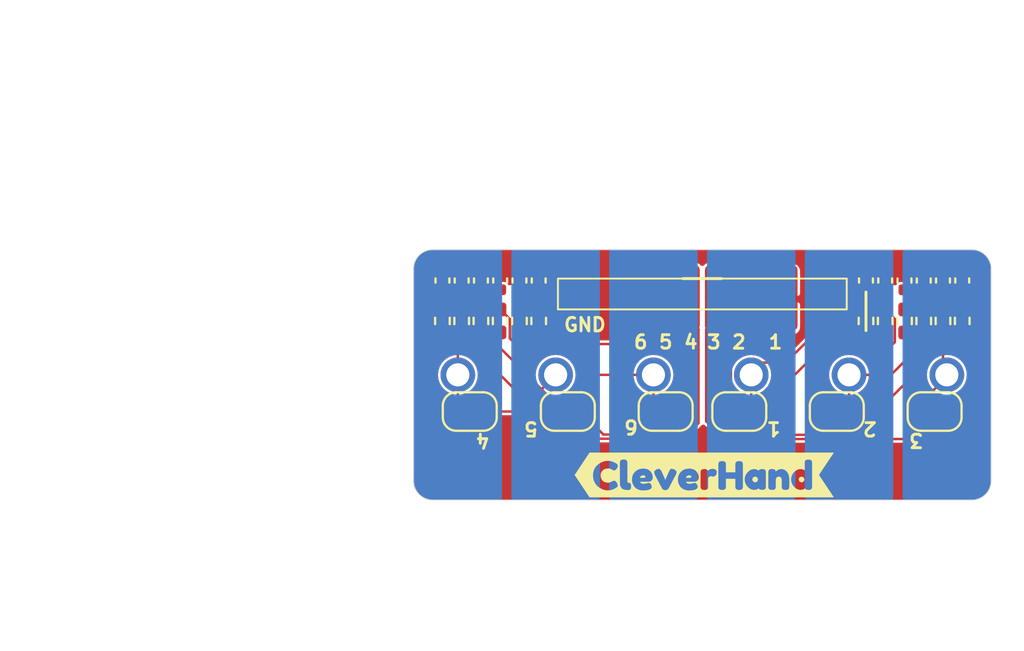
<source format=kicad_pcb>
(kicad_pcb (version 20240108) (generator "pcbnew") (generator_version "8.0")
  (title_block (title "ELectrodes") (date "2023-12-25") (rev "1.0") (company "Aightech"))
  (layers (0 "F.Cu" signal "Front") (1 "In1.Cu" signal) (2 "In2.Cu" signal) (31 "B.Cu" signal "Back") (34 "B.Paste" user) (35 "F.Paste" user) (36 "B.SilkS" user "B.Silkscreen") (37 "F.SilkS" user "F.Silkscreen") (38 "B.Mask" user) (39 "F.Mask" user) (44 "Edge.Cuts" user))
  (net 0 "")
  (net 1 "/IN6")
  (net 2 "/IN5")
  (net 3 "/IN4")
  (net 4 "/IN3")
  (net 5 "/IN2")
  (net 6 "/IN1")
  (net 7 "Net-(C1-Pad1)")
  (net 8 "Net-(C3-Pad1)")
  (net 9 "GND")
  (net 10 "Net-(C5-Pad1)")
  (net 11 "Net-(C7-Pad1)")
  (net 12 "Net-(C9-Pad1)")
  (net 13 "Net-(C11-Pad1)")
  (net 14 "/filtering_1/ELECTRODE")
  (net 15 "/filtering_2/ELECTRODE")
  (net 16 "/filtering_3/ELECTRODE")
  (net 17 "/filtering_4/ELECTRODE")
  (net 18 "/filtering_5/ELECTRODE")
  (net 19 "/filtering_6/ELECTRODE")
  (footprint "00_custom-footprints:SolderWirePad_1x01_SMD_1x2mm" (layer "F.Cu") (at 31.905 28.7 180)
    (property "Reference" "J14" (hide yes))
    (property "Value" "Conn_01x01_Pin" (hide yes))
    (pad "1" smd custom (at 0 -0.5 180) (size 1 1) (layers "F.Cu" "F.Mask") (net 5 "/IN2") (options (clearance outline) (anchor circle)) (primitives (gr_rect (start -0.5 0.15) (end 0.5 0.9) (width 0) (fill yes)) (gr_poly (pts (xy -0.5 -0.25) (xy -0.48097 -0.345671) (xy -0.426777 -0.426777) (xy -0.345671 -0.48097) (xy -0.25 -0.5) (xy 0.25 -0.5) (xy 0.345671 -0.48097) (xy 0.426777 -0.426777) (xy 0.48097 -0.345671) (xy 0.5 -0.25) (xy 0.5 0.25) (xy 0.48097 0.345671) (xy 0.426777 0.426777) (xy 0.345671 0.48097) (xy 0.25 0.5) (xy -0.25 0.5) (xy -0.345671 0.48097) (xy -0.426777 0.426777) (xy -0.48097 0.345671) (xy -0.5 0.25)) (width 0) (fill yes))))
  )
  (footprint "00_custom-footprints:SolderWirePad_1x01_SMD_1x2mm" (layer "F.Cu") (at 29.365 27.3)
    (property "Reference" "J4" (hide yes))
    (property "Value" "Conn_01x01_Pin" (hide yes))
    (pad "1" smd custom (at 0 -0.5) (size 1 1) (layers "F.Cu" "F.Mask") (net 3 "/IN4") (options (clearance outline) (anchor circle)) (primitives (gr_rect (start -0.5 0.15) (end 0.5 0.9) (width 0) (fill yes)) (gr_poly (pts (xy -0.5 -0.25) (xy -0.48097 -0.345671) (xy -0.426777 -0.426777) (xy -0.345671 -0.48097) (xy -0.25 -0.5) (xy 0.25 -0.5) (xy 0.345671 -0.48097) (xy 0.426777 -0.426777) (xy 0.48097 -0.345671) (xy 0.5 -0.25) (xy 0.5 0.25) (xy 0.48097 0.345671) (xy 0.426777 0.426777) (xy 0.345671 0.48097) (xy 0.25 0.5) (xy -0.25 0.5) (xy -0.345671 0.48097) (xy -0.426777 0.426777) (xy -0.48097 0.345671) (xy -0.5 0.25)) (width 0) (fill yes))))
  )
  (footprint "Capacitor_SMD:C_0402_1005Metric" (layer "F.Cu") (at 18.499999 27.1 90)
    (property "Reference" "C9" (hide yes))
    (property "Value" "C" (hide yes))
    (pad "1" smd roundrect (at -0.48 0 90) (size 0.56 0.62) (layers "F.Cu" "F.Paste" "F.Mask") (net 12 "Net-(C9-Pad1)"))
    (pad "2" smd roundrect (at 0.48 0 90) (size 0.56 0.62) (layers "F.Cu" "F.Paste" "F.Mask") (net 9 "GND"))
  )
  (footprint "00_custom-footprints:insert_1.2mm" (layer "F.Cu") (at 43.099999 36.6)
    (property "Reference" "I4" (hide yes))
    (property "Value" "smd_insert" (hide yes))
    (pad "1" smd circle (at 0 0) (size 3 3) (layers "F.Cu" "F.Mask") (net 9 "GND"))
  )
  (footprint "Resistor_SMD:R_0402_1005Metric_Pad0.72x0.64mm_HandSolder" (layer "F.Cu") (at 43.499999 29.2 90)
    (property "Reference" "R6" (hide yes))
    (property "Value" "R" (hide yes))
    (pad "1" smd roundrect (at -0.5975 0 90) (size 0.715 0.64) (layers "F.Cu" "F.Paste" "F.Mask") (net 10 "Net-(C5-Pad1)"))
    (pad "2" smd roundrect (at 0.5975 0 90) (size 0.715 0.64) (layers "F.Cu" "F.Paste" "F.Mask") (net 4 "/IN3"))
  )
  (footprint "Capacitor_SMD:C_0402_1005Metric" (layer "F.Cu") (at 39.499999 27.1 90)
    (property "Reference" "C2" (hide yes))
    (property "Value" "C" (hide yes))
    (pad "1" smd roundrect (at -0.48 0 90) (size 0.56 0.62) (layers "F.Cu" "F.Paste" "F.Mask") (net 6 "/IN1"))
    (pad "2" smd roundrect (at 0.48 0 90) (size 0.56 0.62) (layers "F.Cu" "F.Paste" "F.Mask") (net 9 "GND"))
  )
  (footprint "Jumper:SolderJumper-2_P1.3mm_Bridged_RoundedPad1.0x1.5mm" (layer "F.Cu") (at 36.984999 33.905 180)
    (property "Reference" "JP2" (hide yes))
    (property "Value" "SolderJumper_2_Bridged" (hide yes))
    (fp_poly (pts (xy 0.25 -0.3) (xy -0.25 -0.3) (xy -0.25 0.3) (xy 0.25 0.3)) (fill solid) (layer "F.Cu"))
    (pad "1" smd custom (at -0.649999 0 180) (size 1 0.5) (layers "F.Cu" "F.Mask") (net 15 "/filtering_2/ELECTRODE") (options (clearance outline) (anchor rect)) (primitives (gr_circle (center 0 0.25) (end 0.5 0.25) (width 0) (fill yes)) (gr_circle (center 0 -0.25) (end 0.5 -0.25) (width 0) (fill yes)) (gr_poly (pts (xy 0.5 0.75) (xy 0 0.75) (xy 0 -0.75) (xy 0.5 -0.75)) (width 0) (fill yes))))
    (pad "2" smd custom (at 0.649999 0 180) (size 1 0.5) (layers "F.Cu" "F.Mask") (net 5 "/IN2") (options (clearance outline) (anchor rect)) (primitives (gr_circle (center 0 0.25) (end 0.5 0.25) (width 0) (fill yes)) (gr_circle (center 0 -0.25) (end 0.5 -0.25) (width 0) (fill yes)) (gr_poly (pts (xy 0 0.75) (xy -0.5 0.75) (xy -0.5 -0.75) (xy 0 -0.75)) (width 0) (fill yes))))
  )
  (footprint "00_custom-footprints:SolderWirePad_1x01_SMD_1x2mm" (layer "F.Cu") (at 25.555 28.7 180)
    (property "Reference" "J9" (hide yes))
    (property "Value" "Conn_01x01_Pin" (hide yes))
    (pad "1" smd custom (at 0 -0.5 180) (size 1 1) (layers "F.Cu" "F.Mask") (net 9 "GND") (options (clearance outline) (anchor circle)) (primitives (gr_rect (start -0.5 0.15) (end 0.5 0.9) (width 0) (fill yes)) (gr_poly (pts (xy -0.5 -0.25) (xy -0.48097 -0.345671) (xy -0.426777 -0.426777) (xy -0.345671 -0.48097) (xy -0.25 -0.5) (xy 0.25 -0.5) (xy 0.345671 -0.48097) (xy 0.426777 -0.426777) (xy 0.48097 -0.345671) (xy 0.5 -0.25) (xy 0.5 0.25) (xy 0.48097 0.345671) (xy 0.426777 0.426777) (xy 0.345671 0.48097) (xy 0.25 0.5) (xy -0.25 0.5) (xy -0.345671 0.48097) (xy -0.426777 0.426777) (xy -0.48097 0.345671) (xy -0.5 0.25)) (width 0) (fill yes))))
  )
  (footprint "Capacitor_SMD:C_0402_1005Metric" (layer "F.Cu") (at 42.499999 27.1 90)
    (property "Reference" "C5" (hide yes))
    (property "Value" "C" (hide yes))
    (pad "1" smd roundrect (at -0.48 0 90) (size 0.56 0.62) (layers "F.Cu" "F.Paste" "F.Mask") (net 10 "Net-(C5-Pad1)"))
    (pad "2" smd roundrect (at 0.48 0 90) (size 0.56 0.62) (layers "F.Cu" "F.Paste" "F.Mask") (net 9 "GND"))
  )
  (footprint "00_custom-footprints:SolderWirePad_1x01_SMD_1x2mm" (layer "F.Cu") (at 26.825 27.3)
    (property "Reference" "J2" (hide yes))
    (property "Value" "Conn_01x01_Pin" (hide yes))
    (pad "1" smd custom (at 0 -0.5) (size 1 1) (layers "F.Cu" "F.Mask") (net 1 "/IN6") (options (clearance outline) (anchor circle)) (primitives (gr_rect (start -0.5 0.15) (end 0.5 0.9) (width 0) (fill yes)) (gr_poly (pts (xy -0.5 -0.25) (xy -0.48097 -0.345671) (xy -0.426777 -0.426777) (xy -0.345671 -0.48097) (xy -0.25 -0.5) (xy 0.25 -0.5) (xy 0.345671 -0.48097) (xy 0.426777 -0.426777) (xy 0.48097 -0.345671) (xy 0.5 -0.25) (xy 0.5 0.25) (xy 0.48097 0.345671) (xy 0.426777 0.426777) (xy 0.345671 0.48097) (xy 0.25 0.5) (xy -0.25 0.5) (xy -0.345671 0.48097) (xy -0.426777 0.426777) (xy -0.48097 0.345671) (xy -0.5 0.25)) (width 0) (fill yes))))
  )
  (footprint "00_custom-footprints:insert_1.2mm" (layer "F.Cu") (at 16.899999 36.6)
    (property "Reference" "I3" (hide yes))
    (property "Value" "smd_insert" (hide yes))
    (pad "1" smd circle (at 0 0) (size 3 3) (layers "F.Cu" "F.Mask") (net 9 "GND"))
  )
  (footprint "Capacitor_SMD:C_0402_1005Metric" (layer "F.Cu") (at 17.499999 27.1 90)
    (property "Reference" "C8" (hide yes))
    (property "Value" "C" (hide yes))
    (pad "1" smd roundrect (at -0.48 0 90) (size 0.56 0.62) (layers "F.Cu" "F.Paste" "F.Mask") (net 3 "/IN4"))
    (pad "2" smd roundrect (at 0.48 0 90) (size 0.56 0.62) (layers "F.Cu" "F.Paste" "F.Mask") (net 9 "GND"))
  )
  (footprint "00_custom-footprints:Pin_D1.2mm_pogo" (layer "F.Cu") (at 32.539999 32)
    (property "Reference" "J17" (hide yes))
    (property "Value" "Conn_01x01_Pin" (hide yes))
    (pad "1" thru_hole circle (at 0 0) (size 1.8 1.8) (drill 1.2) (layers "*.Cu" "*.Mask") (net 14 "/filtering_1/ELECTRODE"))
  )
  (footprint "Resistor_SMD:R_0402_1005Metric_Pad0.72x0.64mm_HandSolder" (layer "F.Cu") (at 16.499999 29.2 90)
    (property "Reference" "R7" (hide yes))
    (property "Value" "R" (hide yes))
    (pad "1" smd roundrect (at -0.5975 0 90) (size 0.715 0.64) (layers "F.Cu" "F.Paste" "F.Mask") (net 17 "/filtering_4/ELECTRODE"))
    (pad "2" smd roundrect (at 0.5975 0 90) (size 0.715 0.64) (layers "F.Cu" "F.Paste" "F.Mask") (net 11 "Net-(C7-Pad1)"))
  )
  (footprint "00_custom-footprints:Pin_D1.2mm_pogo" (layer "F.Cu") (at 22.379999 32)
    (property "Reference" "J21" (hide yes))
    (property "Value" "Conn_01x01_Pin" (hide yes))
    (pad "1" thru_hole circle (at 0 0) (size 1.8 1.8) (drill 1.2) (layers "*.Cu" "*.Mask") (net 18 "/filtering_5/ELECTRODE"))
  )
  (footprint "Resistor_SMD:R_0402_1005Metric_Pad0.72x0.64mm_HandSolder" (layer "F.Cu") (at 21.499999 29.2 90)
    (property "Reference" "R12" (hide yes))
    (property "Value" "R" (hide yes))
    (pad "1" smd roundrect (at -0.5975 0 90) (size 0.715 0.64) (layers "F.Cu" "F.Paste" "F.Mask") (net 13 "Net-(C11-Pad1)"))
    (pad "2" smd roundrect (at 0.5975 0 90) (size 0.715 0.64) (layers "F.Cu" "F.Paste" "F.Mask") (net 1 "/IN6"))
  )
  (footprint "Capacitor_SMD:C_0402_1005Metric" (layer "F.Cu") (at 41.499999 27.1025 90)
    (property "Reference" "C4" (hide yes))
    (property "Value" "C" (hide yes))
    (pad "1" smd roundrect (at -0.48 0 90) (size 0.56 0.62) (layers "F.Cu" "F.Paste" "F.Mask") (net 5 "/IN2"))
    (pad "2" smd roundrect (at 0.48 0 90) (size 0.56 0.62) (layers "F.Cu" "F.Paste" "F.Mask") (net 9 "GND"))
  )
  (footprint "00_custom-footprints:SolderWirePad_1x01_SMD_1x2mm" (layer "F.Cu") (at 29.365 28.7 180)
    (property "Reference" "J12" (hide yes))
    (property "Value" "Conn_01x01_Pin" (hide yes))
    (pad "1" smd custom (at 0 -0.5 180) (size 1 1) (layers "F.Cu" "F.Mask") (net 3 "/IN4") (options (clearance outline) (anchor circle)) (primitives (gr_rect (start -0.5 0.15) (end 0.5 0.9) (width 0) (fill yes)) (gr_poly (pts (xy -0.5 -0.25) (xy -0.48097 -0.345671) (xy -0.426777 -0.426777) (xy -0.345671 -0.48097) (xy -0.25 -0.5) (xy 0.25 -0.5) (xy 0.345671 -0.48097) (xy 0.426777 -0.426777) (xy 0.48097 -0.345671) (xy 0.5 -0.25) (xy 0.5 0.25) (xy 0.48097 0.345671) (xy 0.426777 0.426777) (xy 0.345671 0.48097) (xy 0.25 0.5) (xy -0.25 0.5) (xy -0.345671 0.48097) (xy -0.426777 0.426777) (xy -0.48097 0.345671) (xy -0.5 0.25)) (width 0) (fill yes))))
  )
  (footprint "Jumper:SolderJumper-2_P1.3mm_Bridged_RoundedPad1.0x1.5mm" (layer "F.Cu") (at 23.014999 33.905)
    (property "Reference" "JP5" (hide yes))
    (property "Value" "SolderJumper_2_Bridged" (hide yes))
    (fp_poly (pts (xy 0.25 -0.3) (xy -0.25 -0.3) (xy -0.25 0.3) (xy 0.25 0.3)) (fill solid) (layer "F.Cu"))
    (pad "1" smd custom (at -0.649999 0) (size 1 0.5) (layers "F.Cu" "F.Mask") (net 18 "/filtering_5/ELECTRODE") (options (clearance outline) (anchor rect)) (primitives (gr_circle (center 0 0.25) (end 0.5 0.25) (width 0) (fill yes)) (gr_circle (center 0 -0.25) (end 0.5 -0.25) (width 0) (fill yes)) (gr_poly (pts (xy 0.5 0.75) (xy 0 0.75) (xy 0 -0.75) (xy 0.5 -0.75)) (width 0) (fill yes))))
    (pad "2" smd custom (at 0.649999 0) (size 1 0.5) (layers "F.Cu" "F.Mask") (net 2 "/IN5") (options (clearance outline) (anchor rect)) (primitives (gr_circle (center 0 0.25) (end 0.5 0.25) (width 0) (fill yes)) (gr_circle (center 0 -0.25) (end 0.5 -0.25) (width 0) (fill yes)) (gr_poly (pts (xy 0 0.75) (xy -0.5 0.75) (xy -0.5 -0.75) (xy 0 -0.75)) (width 0) (fill yes))))
  )
  (footprint "Resistor_SMD:R_0402_1005Metric_Pad0.72x0.64mm_HandSolder" (layer "F.Cu") (at 18.499999 29.2 90)
    (property "Reference" "R9" (hide yes))
    (property "Value" "R" (hide yes))
    (pad "1" smd roundrect (at -0.5975 0 90) (size 0.715 0.64) (layers "F.Cu" "F.Paste" "F.Mask") (net 18 "/filtering_5/ELECTRODE"))
    (pad "2" smd roundrect (at 0.5975 0 90) (size 0.715 0.64) (layers "F.Cu" "F.Paste" "F.Mask") (net 12 "Net-(C9-Pad1)"))
  )
  (footprint "00_custom-footprints:SolderWirePad_1x01_SMD_1x2mm" (layer "F.Cu") (at 30.635 28.7 180)
    (property "Reference" "J13" (hide yes))
    (property "Value" "Conn_01x01_Pin" (hide yes))
    (pad "1" smd custom (at 0 -0.5 180) (size 1 1) (layers "F.Cu" "F.Mask") (net 4 "/IN3") (options (clearance outline) (anchor circle)) (primitives (gr_rect (start -0.5 0.15) (end 0.5 0.9) (width 0) (fill yes)) (gr_poly (pts (xy -0.5 -0.25) (xy -0.48097 -0.345671) (xy -0.426777 -0.426777) (xy -0.345671 -0.48097) (xy -0.25 -0.5) (xy 0.25 -0.5) (xy 0.345671 -0.48097) (xy 0.426777 -0.426777) (xy 0.48097 -0.345671) (xy 0.5 -0.25) (xy 0.5 0.25) (xy 0.48097 0.345671) (xy 0.426777 0.426777) (xy 0.345671 0.48097) (xy 0.25 0.5) (xy -0.25 0.5) (xy -0.345671 0.48097) (xy -0.426777 0.426777) (xy -0.48097 0.345671) (xy -0.5 0.25)) (width 0) (fill yes))))
  )
  (footprint "00_custom-footprints:SolderWirePad_1x01_SMD_1x2mm" (layer "F.Cu") (at 34.445 28.7 180)
    (property "Reference" "J16" (hide yes))
    (property "Value" "Conn_01x01_Pin" (hide yes))
    (pad "1" smd custom (at 0 -0.5 180) (size 1 1) (layers "F.Cu" "F.Mask") (net 6 "/IN1") (options (clearance outline) (anchor circle)) (primitives (gr_rect (start -0.5 0.15) (end 0.5 0.9) (width 0) (fill yes)) (gr_poly (pts (xy -0.5 -0.25) (xy -0.48097 -0.345671) (xy -0.426777 -0.426777) (xy -0.345671 -0.48097) (xy -0.25 -0.5) (xy 0.25 -0.5) (xy 0.345671 -0.48097) (xy 0.426777 -0.426777) (xy 0.48097 -0.345671) (xy 0.5 -0.25) (xy 0.5 0.25) (xy 0.48097 0.345671) (xy 0.426777 0.426777) (xy 0.345671 0.48097) (xy 0.25 0.5) (xy -0.25 0.5) (xy -0.345671 0.48097) (xy -0.426777 0.426777) (xy -0.48097 0.345671) (xy -0.5 0.25)) (width 0) (fill yes))))
  )
  (footprint "Capacitor_SMD:C_0402_1005Metric" (layer "F.Cu") (at 38.499999 27.1 90)
    (property "Reference" "C1" (hide yes))
    (property "Value" "C" (hide yes))
    (pad "1" smd roundrect (at -0.48 0 90) (size 0.56 0.62) (layers "F.Cu" "F.Paste" "F.Mask") (net 7 "Net-(C1-Pad1)"))
    (pad "2" smd roundrect (at 0.48 0 90) (size 0.56 0.62) (layers "F.Cu" "F.Paste" "F.Mask") (net 9 "GND"))
  )
  (footprint "Resistor_SMD:R_0402_1005Metric_Pad0.72x0.64mm_HandSolder" (layer "F.Cu") (at 20.499999 29.2 90)
    (property "Reference" "R11" (hide yes))
    (property "Value" "R" (hide yes))
    (pad "1" smd roundrect (at -0.5975 0 90) (size 0.715 0.64) (layers "F.Cu" "F.Paste" "F.Mask") (net 19 "/filtering_6/ELECTRODE"))
    (pad "2" smd roundrect (at 0.5975 0 90) (size 0.715 0.64) (layers "F.Cu" "F.Paste" "F.Mask") (net 13 "Net-(C11-Pad1)"))
  )
  (footprint "Resistor_SMD:R_0402_1005Metric_Pad0.72x0.64mm_HandSolder" (layer "F.Cu") (at 19.499999 29.2 90)
    (property "Reference" "R10" (hide yes))
    (property "Value" "R" (hide yes))
    (pad "1" smd roundrect (at -0.5975 0 90) (size 0.715 0.64) (layers "F.Cu" "F.Paste" "F.Mask") (net 12 "Net-(C9-Pad1)"))
    (pad "2" smd roundrect (at 0.5975 0 90) (size 0.715 0.64) (layers "F.Cu" "F.Paste" "F.Mask") (net 2 "/IN5"))
  )
  (footprint "Capacitor_SMD:C_0402_1005Metric" (layer "F.Cu") (at 43.499999 27.1 90)
    (property "Reference" "C6" (hide yes))
    (property "Value" "C" (hide yes))
    (pad "1" smd roundrect (at -0.48 0 90) (size 0.56 0.62) (layers "F.Cu" "F.Paste" "F.Mask") (net 4 "/IN3"))
    (pad "2" smd roundrect (at 0.48 0 90) (size 0.56 0.62) (layers "F.Cu" "F.Paste" "F.Mask") (net 9 "GND"))
  )
  (footprint "Resistor_SMD:R_0402_1005Metric_Pad0.72x0.64mm_HandSolder" (layer "F.Cu") (at 39.499999 29.2 90)
    (property "Reference" "R2" (hide yes))
    (property "Value" "R" (hide yes))
    (pad "1" smd roundrect (at -0.5975 0 90) (size 0.715 0.64) (layers "F.Cu" "F.Paste" "F.Mask") (net 7 "Net-(C1-Pad1)"))
    (pad "2" smd roundrect (at 0.5975 0 90) (size 0.715 0.64) (layers "F.Cu" "F.Paste" "F.Mask") (net 6 "/IN1"))
  )
  (footprint "Resistor_SMD:R_0402_1005Metric_Pad0.72x0.64mm_HandSolder" (layer "F.Cu") (at 41.499999 29.2025 90)
    (property "Reference" "R4" (hide yes))
    (property "Value" "R" (hide yes))
    (pad "1" smd roundrect (at -0.5975 0 90) (size 0.715 0.64) (layers "F.Cu" "F.Paste" "F.Mask") (net 8 "Net-(C3-Pad1)"))
    (pad "2" smd roundrect (at 0.5975 0 90) (size 0.715 0.64) (layers "F.Cu" "F.Paste" "F.Mask") (net 5 "/IN2"))
  )
  (footprint "00_custom-footprints:SolderWirePad_1x01_SMD_1x2mm" (layer "F.Cu") (at 25.555 27.3)
    (property "Reference" "J1" (hide yes))
    (property "Value" "Conn_01x01_Pin" (hide yes))
    (pad "1" smd custom (at 0 -0.5) (size 1 1) (layers "F.Cu" "F.Mask") (net 9 "GND") (options (clearance outline) (anchor circle)) (primitives (gr_rect (start -0.5 0.15) (end 0.5 0.9) (width 0) (fill yes)) (gr_poly (pts (xy -0.5 -0.25) (xy -0.48097 -0.345671) (xy -0.426777 -0.426777) (xy -0.345671 -0.48097) (xy -0.25 -0.5) (xy 0.25 -0.5) (xy 0.345671 -0.48097) (xy 0.426777 -0.426777) (xy 0.48097 -0.345671) (xy 0.5 -0.25) (xy 0.5 0.25) (xy 0.48097 0.345671) (xy 0.426777 0.426777) (xy 0.345671 0.48097) (xy 0.25 0.5) (xy -0.25 0.5) (xy -0.345671 0.48097) (xy -0.426777 0.426777) (xy -0.48097 0.345671) (xy -0.5 0.25)) (width 0) (fill yes))))
  )
  (footprint "Capacitor_SMD:C_0402_1005Metric" (layer "F.Cu") (at 16.499999 27.1 90)
    (property "Reference" "C7" (hide yes))
    (property "Value" "C" (hide yes))
    (pad "1" smd roundrect (at -0.48 0 90) (size 0.56 0.62) (layers "F.Cu" "F.Paste" "F.Mask") (net 11 "Net-(C7-Pad1)"))
    (pad "2" smd roundrect (at 0.48 0 90) (size 0.56 0.62) (layers "F.Cu" "F.Paste" "F.Mask") (net 9 "GND"))
  )
  (footprint "Capacitor_SMD:C_0402_1005Metric" (layer "F.Cu") (at 40.499999 27.1025 90)
    (property "Reference" "C3" (hide yes))
    (property "Value" "C" (hide yes))
    (pad "1" smd roundrect (at -0.48 0 90) (size 0.56 0.62) (layers "F.Cu" "F.Paste" "F.Mask") (net 8 "Net-(C3-Pad1)"))
    (pad "2" smd roundrect (at 0.48 0 90) (size 0.56 0.62) (layers "F.Cu" "F.Paste" "F.Mask") (net 9 "GND"))
  )
  (footprint "Resistor_SMD:R_0402_1005Metric_Pad0.72x0.64mm_HandSolder" (layer "F.Cu") (at 38.499999 29.2 90)
    (property "Reference" "R1" (hide yes))
    (property "Value" "R" (hide yes))
    (pad "1" smd roundrect (at -0.5975 0 90) (size 0.715 0.64) (layers "F.Cu" "F.Paste" "F.Mask") (net 14 "/filtering_1/ELECTRODE"))
    (pad "2" smd roundrect (at 0.5975 0 90) (size 0.715 0.64) (layers "F.Cu" "F.Paste" "F.Mask") (net 7 "Net-(C1-Pad1)"))
  )
  (footprint "00_custom-footprints:SolderWirePad_1x01_SMD_1x2mm" (layer "F.Cu") (at 26.825 28.7 180)
    (property "Reference" "J10" (hide yes))
    (property "Value" "Conn_01x01_Pin" (hide yes))
    (pad "1" smd custom (at 0 -0.5 180) (size 1 1) (layers "F.Cu" "F.Mask") (net 1 "/IN6") (options (clearance outline) (anchor circle)) (primitives (gr_rect (start -0.5 0.15) (end 0.5 0.9) (width 0) (fill yes)) (gr_poly (pts (xy -0.5 -0.25) (xy -0.48097 -0.345671) (xy -0.426777 -0.426777) (xy -0.345671 -0.48097) (xy -0.25 -0.5) (xy 0.25 -0.5) (xy 0.345671 -0.48097) (xy 0.426777 -0.426777) (xy 0.48097 -0.345671) (xy 0.5 -0.25) (xy 0.5 0.25) (xy 0.48097 0.345671) (xy 0.426777 0.426777) (xy 0.345671 0.48097) (xy 0.25 0.5) (xy -0.25 0.5) (xy -0.345671 0.48097) (xy -0.426777 0.426777) (xy -0.48097 0.345671) (xy -0.5 0.25)) (width 0) (fill yes))))
  )
  (footprint "00_custom-footprints:SolderWirePad_1x01_SMD_1x2mm" (layer "F.Cu") (at 33.175 28.7 180)
    (property "Reference" "J15" (hide yes))
    (property "Value" "Conn_01x01_Pin" (hide yes))
    (pad "1" smd custom (at 0 -0.5 180) (size 1 1) (layers "F.Cu" "F.Mask") (net 6 "/IN1") (options (clearance outline) (anchor circle)) (primitives (gr_rect (start -0.5 0.15) (end 0.5 0.9) (width 0) (fill yes)) (gr_poly (pts (xy -0.5 -0.25) (xy -0.48097 -0.345671) (xy -0.426777 -0.426777) (xy -0.345671 -0.48097) (xy -0.25 -0.5) (xy 0.25 -0.5) (xy 0.345671 -0.48097) (xy 0.426777 -0.426777) (xy 0.48097 -0.345671) (xy 0.5 -0.25) (xy 0.5 0.25) (xy 0.48097 0.345671) (xy 0.426777 0.426777) (xy 0.345671 0.48097) (xy 0.25 0.5) (xy -0.25 0.5) (xy -0.345671 0.48097) (xy -0.426777 0.426777) (xy -0.48097 0.345671) (xy -0.5 0.25)) (width 0) (fill yes))))
  )
  (footprint "Resistor_SMD:R_0402_1005Metric_Pad0.72x0.64mm_HandSolder" (layer "F.Cu") (at 17.499999 29.2 90)
    (property "Reference" "R8" (hide yes))
    (property "Value" "R" (hide yes))
    (pad "1" smd roundrect (at -0.5975 0 90) (size 0.715 0.64) (layers "F.Cu" "F.Paste" "F.Mask") (net 11 "Net-(C7-Pad1)"))
    (pad "2" smd roundrect (at 0.5975 0 90) (size 0.715 0.64) (layers "F.Cu" "F.Paste" "F.Mask") (net 3 "/IN4"))
  )
  (footprint "00_custom-footprints:Pin_D1.2mm_pogo" (layer "F.Cu") (at 17.299999 32)
    (property "Reference" "J20" (hide yes))
    (property "Value" "Conn_01x01_Pin" (hide yes))
    (pad "1" thru_hole circle (at 0 0) (size 1.8 1.8) (drill 1.2) (layers "*.Cu" "*.Mask") (net 17 "/filtering_4/ELECTRODE"))
  )
  (footprint "Capacitor_SMD:C_0402_1005Metric" (layer "F.Cu") (at 20.499999 27.1 90)
    (property "Reference" "C11" (hide yes))
    (property "Value" "C" (hide yes))
    (pad "1" smd roundrect (at -0.48 0 90) (size 0.56 0.62) (layers "F.Cu" "F.Paste" "F.Mask") (net 13 "Net-(C11-Pad1)"))
    (pad "2" smd roundrect (at 0.48 0 90) (size 0.56 0.62) (layers "F.Cu" "F.Paste" "F.Mask") (net 9 "GND"))
  )
  (footprint "00_custom-footprints:SolderWirePad_1x01_SMD_1x2mm" (layer "F.Cu") (at 30.635 27.3)
    (property "Reference" "J5" (hide yes))
    (property "Value" "Conn_01x01_Pin" (hide yes))
    (pad "1" smd custom (at 0 -0.5) (size 1 1) (layers "F.Cu" "F.Mask") (net 4 "/IN3") (options (clearance outline) (anchor circle)) (primitives (gr_rect (start -0.5 0.15) (end 0.5 0.9) (width 0) (fill yes)) (gr_poly (pts (xy -0.5 -0.25) (xy -0.48097 -0.345671) (xy -0.426777 -0.426777) (xy -0.345671 -0.48097) (xy -0.25 -0.5) (xy 0.25 -0.5) (xy 0.345671 -0.48097) (xy 0.426777 -0.426777) (xy 0.48097 -0.345671) (xy 0.5 -0.25) (xy 0.5 0.25) (xy 0.48097 0.345671) (xy 0.426777 0.426777) (xy 0.345671 0.48097) (xy 0.25 0.5) (xy -0.25 0.5) (xy -0.345671 0.48097) (xy -0.426777 0.426777) (xy -0.48097 0.345671) (xy -0.5 0.25)) (width 0) (fill yes))))
  )
  (footprint "Capacitor_SMD:C_0402_1005Metric" (layer "F.Cu") (at 21.499999 27.1 90)
    (property "Reference" "C12" (hide yes))
    (property "Value" "C" (hide yes))
    (pad "1" smd roundrect (at -0.48 0 90) (size 0.56 0.62) (layers "F.Cu" "F.Paste" "F.Mask") (net 1 "/IN6"))
    (pad "2" smd roundrect (at 0.48 0 90) (size 0.56 0.62) (layers "F.Cu" "F.Paste" "F.Mask") (net 9 "GND"))
  )
  (footprint "00_custom-footprints:SolderWirePad_1x01_SMD_1x2mm" (layer "F.Cu") (at 33.175 27.3)
    (property "Reference" "J7" (hide yes))
    (property "Value" "Conn_01x01_Pin" (hide yes))
    (pad "1" smd custom (at 0 -0.5) (size 1 1) (layers "F.Cu" "F.Mask") (net 6 "/IN1") (options (clearance outline) (anchor circle)) (primitives (gr_rect (start -0.5 0.15) (end 0.5 0.9) (width 0) (fill yes)) (gr_poly (pts (xy -0.5 -0.25) (xy -0.48097 -0.345671) (xy -0.426777 -0.426777) (xy -0.345671 -0.48097) (xy -0.25 -0.5) (xy 0.25 -0.5) (xy 0.345671 -0.48097) (xy 0.426777 -0.426777) (xy 0.48097 -0.345671) (xy 0.5 -0.25) (xy 0.5 0.25) (xy 0.48097 0.345671) (xy 0.426777 0.426777) (xy 0.345671 0.48097) (xy 0.25 0.5) (xy -0.25 0.5) (xy -0.345671 0.48097) (xy -0.426777 0.426777) (xy -0.48097 0.345671) (xy -0.5 0.25)) (width 0) (fill yes))))
  )
  (footprint "Jumper:SolderJumper-2_P1.3mm_Bridged_RoundedPad1.0x1.5mm" (layer "F.Cu") (at 42.064999 33.905)
    (property "Reference" "JP3" (hide yes))
    (property "Value" "SolderJumper_2_Bridged" (hide yes))
    (fp_poly (pts (xy 0.25 -0.3) (xy -0.25 -0.3) (xy -0.25 0.3) (xy 0.25 0.3)) (fill solid) (layer "F.Cu"))
    (pad "1" smd custom (at -0.649999 0) (size 1 0.5) (layers "F.Cu" "F.Mask") (net 16 "/filtering_3/ELECTRODE") (options (clearance outline) (anchor rect)) (primitives (gr_circle (center 0 0.25) (end 0.5 0.25) (width 0) (fill yes)) (gr_circle (center 0 -0.25) (end 0.5 -0.25) (width 0) (fill yes)) (gr_poly (pts (xy 0.5 0.75) (xy 0 0.75) (xy 0 -0.75) (xy 0.5 -0.75)) (width 0) (fill yes))))
    (pad "2" smd custom (at 0.649999 0) (size 1 0.5) (layers "F.Cu" "F.Mask") (net 4 "/IN3") (options (clearance outline) (anchor rect)) (primitives (gr_circle (center 0 0.25) (end 0.5 0.25) (width 0) (fill yes)) (gr_circle (center 0 -0.25) (end 0.5 -0.25) (width 0) (fill yes)) (gr_poly (pts (xy 0 0.75) (xy -0.5 0.75) (xy -0.5 -0.75) (xy 0 -0.75)) (width 0) (fill yes))))
  )
  (footprint "00_custom-footprints:SolderWirePad_1x01_SMD_1x2mm" (layer "F.Cu") (at 28.095 27.3)
    (property "Reference" "J3" (hide yes))
    (property "Value" "Conn_01x01_Pin" (hide yes))
    (pad "1" smd custom (at 0 -0.5) (size 1 1) (layers "F.Cu" "F.Mask") (net 2 "/IN5") (options (clearance outline) (anchor circle)) (primitives (gr_rect (start -0.5 0.15) (end 0.5 0.9) (width 0) (fill yes)) (gr_poly (pts (xy -0.5 -0.25) (xy -0.48097 -0.345671) (xy -0.426777 -0.426777) (xy -0.345671 -0.48097) (xy -0.25 -0.5) (xy 0.25 -0.5) (xy 0.345671 -0.48097) (xy 0.426777 -0.426777) (xy 0.48097 -0.345671) (xy 0.5 -0.25) (xy 0.5 0.25) (xy 0.48097 0.345671) (xy 0.426777 0.426777) (xy 0.345671 0.48097) (xy 0.25 0.5) (xy -0.25 0.5) (xy -0.345671 0.48097) (xy -0.426777 0.426777) (xy -0.48097 0.345671) (xy -0.5 0.25)) (width 0) (fill yes))))
  )
  (footprint "00_custom-footprints:Pin_D1.2mm_pogo" (layer "F.Cu") (at 37.619999 32)
    (property "Reference" "J18" (hide yes))
    (property "Value" "Conn_01x01_Pin" (hide yes))
    (pad "1" thru_hole circle (at 0 0) (size 1.8 1.8) (drill 1.2) (layers "*.Cu" "*.Mask") (net 15 "/filtering_2/ELECTRODE"))
  )
  (footprint "Capacitor_SMD:C_0402_1005Metric" (layer "F.Cu") (at 19.499999 27.1 90)
    (property "Reference" "C10" (hide yes))
    (property "Value" "C" (hide yes))
    (pad "1" smd roundrect (at -0.48 0 90) (size 0.56 0.62) (layers "F.Cu" "F.Paste" "F.Mask") (net 2 "/IN5"))
    (pad "2" smd roundrect (at 0.48 0 90) (size 0.56 0.62) (layers "F.Cu" "F.Paste" "F.Mask") (net 9 "GND"))
  )
  (footprint "00_custom-footprints:Pin_D1.2mm_pogo" (layer "F.Cu") (at 27.459999 32)
    (property "Reference" "J22" (hide yes))
    (property "Value" "Conn_01x01_Pin" (hide yes))
    (pad "1" thru_hole circle (at 0 0) (size 1.8 1.8) (drill 1.2) (layers "*.Cu" "*.Mask") (net 19 "/filtering_6/ELECTRODE"))
  )
  (footprint "kibuzzard-66BA2E59" (layer "F.Cu") (at 30.099999 37.2)
    (property "Reference" "kibuzzard-66BA2E59" (hide yes))
    (property "Value" "G***" (hide yes))
  )
  (footprint "Resistor_SMD:R_0402_1005Metric_Pad0.72x0.64mm_HandSolder" (layer "F.Cu") (at 40.499999 29.2025 90)
    (property "Reference" "R3" (hide yes))
    (property "Value" "R" (hide yes))
    (pad "1" smd roundrect (at -0.5975 0 90) (size 0.715 0.64) (layers "F.Cu" "F.Paste" "F.Mask") (net 15 "/filtering_2/ELECTRODE"))
    (pad "2" smd roundrect (at 0.5975 0 90) (size 0.715 0.64) (layers "F.Cu" "F.Paste" "F.Mask") (net 8 "Net-(C3-Pad1)"))
  )
  (footprint "00_custom-footprints:Pin_D1.2mm_pogo" (layer "F.Cu") (at 42.699999 32)
    (property "Reference" "J19" (hide yes))
    (property "Value" "Conn_01x01_Pin" (hide yes))
    (pad "1" thru_hole circle (at 0 0) (size 1.8 1.8) (drill 1.2) (layers "*.Cu" "*.Mask") (net 16 "/filtering_3/ELECTRODE"))
  )
  (footprint "00_custom-footprints:SolderWirePad_1x01_SMD_1x2mm" (layer "F.Cu") (at 28.095 28.7 180)
    (property "Reference" "J11" (hide yes))
    (property "Value" "Conn_01x01_Pin" (hide yes))
    (pad "1" smd custom (at 0 -0.5 180) (size 1 1) (layers "F.Cu" "F.Mask") (net 2 "/IN5") (options (clearance outline) (anchor circle)) (primitives (gr_rect (start -0.5 0.15) (end 0.5 0.9) (width 0) (fill yes)) (gr_poly (pts (xy -0.5 -0.25) (xy -0.48097 -0.345671) (xy -0.426777 -0.426777) (xy -0.345671 -0.48097) (xy -0.25 -0.5) (xy 0.25 -0.5) (xy 0.345671 -0.48097) (xy 0.426777 -0.426777) (xy 0.48097 -0.345671) (xy 0.5 -0.25) (xy 0.5 0.25) (xy 0.48097 0.345671) (xy 0.426777 0.426777) (xy 0.345671 0.48097) (xy 0.25 0.5) (xy -0.25 0.5) (xy -0.345671 0.48097) (xy -0.426777 0.426777) (xy -0.48097 0.345671) (xy -0.5 0.25)) (width 0) (fill yes))))
  )
  (footprint "Jumper:SolderJumper-2_P1.3mm_Bridged_RoundedPad1.0x1.5mm" (layer "F.Cu") (at 28.094999 33.905)
    (property "Reference" "JP6" (hide yes))
    (property "Value" "SolderJumper_2_Bridged" (hide yes))
    (fp_poly (pts (xy 0.25 -0.3) (xy -0.25 -0.3) (xy -0.25 0.3) (xy 0.25 0.3)) (fill solid) (layer "F.Cu"))
    (pad "1" smd custom (at -0.649999 0) (size 1 0.5) (layers "F.Cu" "F.Mask") (net 19 "/filtering_6/ELECTRODE") (options (clearance outline) (anchor rect)) (primitives (gr_circle (center 0 0.25) (end 0.5 0.25) (width 0) (fill yes)) (gr_circle (center 0 -0.25) (end 0.5 -0.25) (width 0) (fill yes)) (gr_poly (pts (xy 0.5 0.75) (xy 0 0.75) (xy 0 -0.75) (xy 0.5 -0.75)) (width 0) (fill yes))))
    (pad "2" smd custom (at 0.649999 0) (size 1 0.5) (layers "F.Cu" "F.Mask") (net 1 "/IN6") (options (clearance outline) (anchor rect)) (primitives (gr_circle (center 0 0.25) (end 0.5 0.25) (width 0) (fill yes)) (gr_circle (center 0 -0.25) (end 0.5 -0.25) (width 0) (fill yes)) (gr_poly (pts (xy 0 0.75) (xy -0.5 0.75) (xy -0.5 -0.75) (xy 0 -0.75)) (width 0) (fill yes))))
  )
  (footprint "00_custom-footprints:SolderWirePad_1x01_SMD_1x2mm" (layer "F.Cu") (at 31.905 27.3)
    (property "Reference" "J6" (hide yes))
    (property "Value" "Conn_01x01_Pin" (hide yes))
    (pad "1" smd custom (at 0 -0.5) (size 1 1) (layers "F.Cu" "F.Mask") (net 5 "/IN2") (options (clearance outline) (anchor circle)) (primitives (gr_rect (start -0.5 0.15) (end 0.5 0.9) (width 0) (fill yes)) (gr_poly (pts (xy -0.5 -0.25) (xy -0.48097 -0.345671) (xy -0.426777 -0.426777) (xy -0.345671 -0.48097) (xy -0.25 -0.5) (xy 0.25 -0.5) (xy 0.345671 -0.48097) (xy 0.426777 -0.426777) (xy 0.48097 -0.345671) (xy 0.5 -0.25) (xy 0.5 0.25) (xy 0.48097 0.345671) (xy 0.426777 0.426777) (xy 0.345671 0.48097) (xy 0.25 0.5) (xy -0.25 0.5) (xy -0.345671 0.48097) (xy -0.426777 0.426777) (xy -0.48097 0.345671) (xy -0.5 0.25)) (width 0) (fill yes))))
  )
  (footprint "00_custom-footprints:SolderWirePad_1x01_SMD_1x2mm" (layer "F.Cu") (at 34.445 27.3)
    (property "Reference" "J8" (hide yes))
    (property "Value" "Conn_01x01_Pin" (hide yes))
    (pad "1" smd custom (at 0 -0.5) (size 1 1) (layers "F.Cu" "F.Mask") (net 6 "/IN1") (options (clearance outline) (anchor circle)) (primitives (gr_rect (start -0.5 0.15) (end 0.5 0.9) (width 0) (fill yes)) (gr_poly (pts (xy -0.5 -0.25) (xy -0.48097 -0.345671) (xy -0.426777 -0.426777) (xy -0.345671 -0.48097) (xy -0.25 -0.5) (xy 0.25 -0.5) (xy 0.345671 -0.48097) (xy 0.426777 -0.426777) (xy 0.48097 -0.345671) (xy 0.5 -0.25) (xy 0.5 0.25) (xy 0.48097 0.345671) (xy 0.426777 0.426777) (xy 0.345671 0.48097) (xy 0.25 0.5) (xy -0.25 0.5) (xy -0.345671 0.48097) (xy -0.426777 0.426777) (xy -0.48097 0.345671) (xy -0.5 0.25)) (width 0) (fill yes))))
  )
  (footprint "Jumper:SolderJumper-2_P1.3mm_Bridged_RoundedPad1.0x1.5mm" (layer "F.Cu") (at 31.919998 33.905 180)
    (property "Reference" "JP1" (hide yes))
    (property "Value" "SolderJumper_2_Bridged" (hide yes))
    (fp_poly (pts (xy 0.25 -0.3) (xy -0.25 -0.3) (xy -0.25 0.3) (xy 0.25 0.3)) (fill solid) (layer "F.Cu"))
    (pad "1" smd custom (at -0.649999 0 180) (size 1 0.5) (layers "F.Cu" "F.Mask") (net 14 "/filtering_1/ELECTRODE") (options (clearance outline) (anchor rect)) (primitives (gr_circle (center 0 0.25) (end 0.5 0.25) (width 0) (fill yes)) (gr_circle (center 0 -0.25) (end 0.5 -0.25) (width 0) (fill yes)) (gr_poly (pts (xy 0.5 0.75) (xy 0 0.75) (xy 0 -0.75) (xy 0.5 -0.75)) (width 0) (fill yes))))
    (pad "2" smd custom (at 0.649999 0 180) (size 1 0.5) (layers "F.Cu" "F.Mask") (net 6 "/IN1") (options (clearance outline) (anchor rect)) (primitives (gr_circle (center 0 0.25) (end 0.5 0.25) (width 0) (fill yes)) (gr_circle (center 0 -0.25) (end 0.5 -0.25) (width 0) (fill yes)) (gr_poly (pts (xy 0 0.75) (xy -0.5 0.75) (xy -0.5 -0.75) (xy 0 -0.75)) (width 0) (fill yes))))
  )
  (footprint "Jumper:SolderJumper-2_P1.3mm_Bridged_RoundedPad1.0x1.5mm" (layer "F.Cu") (at 17.92 33.905)
    (property "Reference" "JP4" (hide yes))
    (property "Value" "SolderJumper_2_Bridged" (hide yes))
    (fp_poly (pts (xy 0.25 -0.3) (xy -0.25 -0.3) (xy -0.25 0.3) (xy 0.25 0.3)) (fill solid) (layer "F.Cu"))
    (pad "1" smd custom (at -0.649999 0) (size 1 0.5) (layers "F.Cu" "F.Mask") (net 17 "/filtering_4/ELECTRODE") (options (clearance outline) (anchor rect)) (primitives (gr_circle (center 0 0.25) (end 0.5 0.25) (width 0) (fill yes)) (gr_circle (center 0 -0.25) (end 0.5 -0.25) (width 0) (fill yes)) (gr_poly (pts (xy 0.5 0.75) (xy 0 0.75) (xy 0 -0.75) (xy 0.5 -0.75)) (width 0) (fill yes))))
    (pad "2" smd custom (at 0.649999 0) (size 1 0.5) (layers "F.Cu" "F.Mask") (net 3 "/IN4") (options (clearance outline) (anchor rect)) (primitives (gr_circle (center 0 0.25) (end 0.5 0.25) (width 0) (fill yes)) (gr_circle (center 0 -0.25) (end 0.5 -0.25) (width 0) (fill yes)) (gr_poly (pts (xy 0 0.75) (xy -0.5 0.75) (xy -0.5 -0.75) (xy 0 -0.75)) (width 0) (fill yes))))
  )
  (footprint "Resistor_SMD:R_0402_1005Metric_Pad0.72x0.64mm_HandSolder" (layer "F.Cu") (at 42.499999 29.2 90)
    (property "Reference" "R5" (hide yes))
    (property "Value" "R" (hide yes))
    (pad "1" smd roundrect (at -0.5975 0 90) (size 0.715 0.64) (layers "F.Cu" "F.Paste" "F.Mask") (net 16 "/filtering_3/ELECTRODE"))
    (pad "2" smd roundrect (at 0.5975 0 90) (size 0.715 0.64) (layers "F.Cu" "F.Paste" "F.Mask") (net 10 "Net-(C5-Pad1)"))
  )
  (gr_rect (start 31.405 27.7) (end 32.405 28.3) (fill solid) (layer "F.Cu") (net 5))
  (gr_rect (start 33.945 27.7) (end 34.945 28.3) (fill solid) (layer "F.Cu") (net 6))
  (gr_rect (start 27.595 27.7) (end 28.595 28.3) (fill solid) (layer "F.Cu") (net 2))
  (gr_rect (start 32.675 27.7) (end 33.675 28.3) (fill solid) (layer "F.Cu") (net 6))
  (gr_rect (start 28.865 27.7) (end 29.865 28.3) (fill solid) (layer "F.Cu") (net 3))
  (gr_rect (start 25.055 27.7) (end 26.055 28.3) (fill solid) (layer "F.Cu") (net 9))
  (gr_rect (start 26.325 27.7) (end 27.325 28.3) (fill solid) (layer "F.Cu") (net 1))
  (gr_rect (start 30.135 27.7) (end 31.135 28.3) (fill solid) (layer "F.Cu") (net 4))
  (gr_rect (start 22.5 27) (end 37.5 28.6) (stroke (width 0.1)) (fill none) (layer "F.SilkS"))
  (gr_line (start 29 27) (end 31 27) (stroke (width 0.1524)) (layer "F.SilkS"))
  (gr_line (start 38.5 27.7) (end 38.5 29.7) (stroke (width 0.1524)) (layer "F.SilkS"))
  (gr_line (start 14.999999 26.5) (end 14.999999 37.5) (stroke (width 0.0381)) (layer "Edge.Cuts"))
  (gr_line (start 15.999999 38.5) (end 43.999999 38.5) (stroke (width 0.0381)) (layer "Edge.Cuts"))
  (gr_arc (start 15.999999 38.5) (mid 15.292892 38.207107) (end 14.999999 37.5) (stroke (width 0.0381)) (layer "Edge.Cuts"))
  (gr_arc (start 43.999999 25.5) (mid 44.707106 25.792893) (end 44.999999 26.5) (stroke (width 0.0381)) (layer "Edge.Cuts"))
  (gr_line (start 43.999999 25.5) (end 15.999999 25.5) (stroke (width 0.0381)) (layer "Edge.Cuts"))
  (gr_line (start 44.999999 37.5) (end 44.999999 26.5) (stroke (width 0.0381)) (layer "Edge.Cuts"))
  (gr_arc (start 44.999999 37.5) (mid 44.707106 38.207107) (end 43.999999 38.5) (stroke (width 0.0381)) (layer "Edge.Cuts"))
  (gr_arc (start 14.999999 26.5) (mid 15.292892 25.792893) (end 15.999999 25.5) (stroke (width 0.0381)) (layer "Edge.Cuts"))
  (gr_text "2" (at 31.899999 30.3 0) (layer "F.SilkS") (effects (font (size 0.7 0.7))))
  (gr_text "4" (at 29.399999 30.3 0) (layer "F.SilkS") (effects (font (size 0.7 0.7))))
  (gr_text "4" (at 18.599999 35.4 180) (layer "F.SilkS") (effects (font (size 0.7 0.7))))
  (gr_text "5" (at 28.099999 30.3 0) (layer "F.SilkS") (effects (font (size 0.7 0.7))))
  (gr_text "GND" (at 23.899999 29.4 0) (layer "F.SilkS") (effects (font (size 0.7 0.7))))
  (gr_text "1" (at 33.799999 30.3 0) (layer "F.SilkS") (effects (font (size 0.7 0.7))))
  (gr_text "3" (at 30.599999 30.3 0) (layer "F.SilkS") (effects (font (size 0.7 0.7))))
  (gr_text "6" (at 26.799999 30.3 0) (layer "F.SilkS") (effects (font (size 0.7 0.7))))
  (gr_text "5" (at 21.099999 34.8 180) (layer "F.SilkS") (effects (font (size 0.7 0.7))))
  (gr_text "6" (at 26.299999 34.7 180) (layer "F.SilkS") (effects (font (size 0.7 0.7))))
  (gr_text "1" (at 33.699999 34.8 180) (layer "F.SilkS") (effects (font (size 0.7 0.7))))
  (gr_text "3" (at 41.099999 35.4 180) (layer "F.SilkS") (effects (font (size 0.7 0.7))))
  (gr_text "2" (at 38.699999 34.8 180) (layer "F.SilkS") (effects (font (size 0.7 0.7))))
  (segment (start 26.825 29.2) (end 26.825 29.774999) (width 0.127) (layer "F.Cu") (net 1))
  (segment (start 21.499999 28.6025) (end 21.499999 27.58) (width 0.127) (layer "F.Cu") (net 1))
  (segment (start 26.199999 30.4) (end 23.598749 30.4) (width 0.127) (layer "F.Cu") (net 1))
  (segment (start 28.744998 33.905) (end 28.744998 31.119998) (width 0.127) (layer "F.Cu") (net 1))
  (segment (start 28.744998 31.119998) (end 26.825 29.2) (width 0.127) (layer "F.Cu") (net 1))
  (segment (start 26.825 26.8) (end 26.825 29.2) (width 0.127) (layer "F.Cu") (net 1))
  (segment (start 23.598749 30.4) (end 21.801249 28.6025) (width 0.127) (layer "F.Cu") (net 1))
  (segment (start 26.825 29.774999) (end 26.199999 30.4) (width 0.127) (layer "F.Cu") (net 1))
  (segment (start 21.801249 28.6025) (end 21.499999 28.6025) (width 0.127) (layer "F.Cu") (net 1))
  (segment (start 29.499999 34.5) (end 29.499999 30.604999) (width 0.127) (layer "F.Cu") (net 2))
  (segment (start 19.499999 28.6025) (end 19.999999 29.1025) (width 0.127) (layer "F.Cu") (net 2))
  (segment (start 28.899999 35.1) (end 29.499999 34.5) (width 0.127) (layer "F.Cu") (net 2))
  (segment (start 28.095 26.8) (end 28.095 29.2) (width 0.127) (layer "F.Cu") (net 2))
  (segment (start 23.008374 30.808375) (end 23.699999 31.5) (width 0.127) (layer "F.Cu") (net 2))
  (segment (start 19.999999 30.10279) (end 20.705584 30.808375) (width 0.127) (layer "F.Cu") (net 2))
  (segment (start 23.699999 33.940001) (end 24.859998 35.1) (width 0.127) (layer "F.Cu") (net 2))
  (segment (start 20.705584 30.808375) (end 23.008374 30.808375) (width 0.127) (layer "F.Cu") (net 2))
  (segment (start 24.859998 35.1) (end 28.899999 35.1) (width 0.127) (layer "F.Cu") (net 2))
  (segment (start 23.699999 31.5) (end 23.699999 33.940001) (width 0.127) (layer "F.Cu") (net 2))
  (segment (start 19.499999 28.6025) (end 19.499999 27.58) (width 0.127) (layer "F.Cu") (net 2))
  (segment (start 19.999999 29.1025) (end 19.999999 30.10279) (width 0.127) (layer "F.Cu") (net 2))
  (segment (start 29.499999 30.604999) (end 28.095 29.2) (width 0.127) (layer "F.Cu") (net 2))
  (segment (start 17.499999 28.9525) (end 17.999999 29.4525) (width 0.127) (layer "F.Cu") (net 3))
  (segment (start 18.569999 33.905) (end 20.994999 33.905) (width 0.127) (layer "F.Cu") (net 3))
  (segment (start 17.499999 28.6025) (end 17.499999 28.9525) (width 0.127) (layer "F.Cu") (net 3))
  (segment (start 29.799999 29.634999) (end 29.365 29.2) (width 0.127) (layer "F.Cu") (net 3))
  (segment (start 20.999999 33.9) (end 22.416999 35.317) (width 0.127) (layer "F.Cu") (net 3))
  (segment (start 29.365 26.8) (end 29.365 29.2) (width 0.127) (layer "F.Cu") (net 3))
  (segment (start 17.999999 30.5) (end 20.999999 33.5) (width 0.127) (layer "F.Cu") (net 3))
  (segment (start 17.999999 29.4525) (end 17.999999 30.5) (width 0.127) (layer "F.Cu") (net 3))
  (segment (start 17.499999 28.6025) (end 17.499999 27.58) (width 0.127) (layer "F.Cu") (net 3))
  (segment (start 28.989883 35.317) (end 29.799999 34.506884) (width 0.127) (layer "F.Cu") (net 3))
  (segment (start 29.799999 34.506884) (end 29.799999 29.634999) (width 0.127) (layer "F.Cu") (net 3))
  (segment (start 22.416999 35.317) (end 28.989883 35.317) (width 0.127) (layer "F.Cu") (net 3))
  (segment (start 20.994999 33.905) (end 20.999999 33.9) (width 0.127) (layer "F.Cu") (net 3))
  (segment (start 20.999999 33.5) (end 20.999999 33.9) (width 0.127) (layer "F.Cu") (net 3))
  (segment (start 41.665999 35.334) (end 44.099999 32.9) (width 0.127) (layer "F.Cu") (net 4))
  (segment (start 44.099999 32.9) (end 44.099999 29.3) (width 0.127) (layer "F.Cu") (net 4))
  (segment (start 30.635 26.8) (end 30.635 29.2) (width 0.127) (layer "F.Cu") (net 4))
  (segment (start 41.665999 35.334) (end 42.714998 34.285001) (width 0.127) (layer "F.Cu") (net 4))
  (segment (start 42.714998 34.285001) (end 42.714998 33.905) (width 0.127) (layer "F.Cu") (net 4))
  (segment (start 30.199999 29.635001) (end 30.199999 34.411884) (width 0.127) (layer "F.Cu") (net 4))
  (segment (start 30.199999 34.411884) (end 31.122115 35.334) (width 0.127) (layer "F.Cu") (net 4))
  (segment (start 41.365999 35.334) (end 41.665999 35.334) (width 0.127) (layer "F.Cu") (net 4))
  (segment (start 43.499999 28.7) (end 43.499999 28.6025) (width 0.127) (layer "F.Cu") (net 4))
  (segment (start 43.499999 27.58) (end 43.499999 28.6025) (width 0.127) (layer "F.Cu") (net 4))
  (segment (start 30.635 29.2) (end 30.199999 29.635001) (width 0.127) (layer "F.Cu") (net 4))
  (segment (start 44.099999 29.3) (end 43.499999 28.7) (width 0.127) (layer "F.Cu") (net 4))
  (segment (start 31.122115 35.334) (end 41.365999 35.334) (width 0.127) (layer "F.Cu") (net 4))
  (segment (start 30.499999 34.405) (end 31.211999 35.117) (width 0.127) (layer "F.Cu") (net 5))
  (segment (start 41.999999 29.105) (end 41.499999 28.605) (width 0.127) (layer "F.Cu") (net 5))
  (segment (start 31.905 26.8) (end 31.905 29.2) (width 0.127) (layer "F.Cu") (net 5))
  (segment (start 30.499999 30.605001) (end 30.499999 34.405) (width 0.127) (layer "F.Cu") (net 5))
  (segment (start 41.499999 27.5825) (end 41.499999 28.605) (width 0.127) (layer "F.Cu") (net 5))
  (segment (start 36.335 35.081999) (end 36.299999 35.117) (width 0.127) (layer "F.Cu") (net 5))
  (segment (start 41.999999 30.984154) (end 41.999999 29.105) (width 0.127) (layer "F.Cu") (net 5))
  (segment (start 36.299999 35.117) (end 37.867153 35.117) (width 0.127) (layer "F.Cu") (net 5))
  (segment (start 37.884153 35.1) (end 41.999999 30.984154) (width 0.127) (layer "F.Cu") (net 5))
  (segment (start 31.211999 35.117) (end 36.299999 35.117) (width 0.127) (layer "F.Cu") (net 5))
  (segment (start 31.905 29.2) (end 30.499999 30.605001) (width 0.127) (layer "F.Cu") (net 5))
  (segment (start 37.867153 35.117) (end 37.884153 35.1) (width 0.127) (layer "F.Cu") (net 5))
  (segment (start 36.335 33.905) (end 36.335 35.081999) (width 0.127) (layer "F.Cu") (net 5))
  (segment (start 34.299999 33.9) (end 33.299999 34.9) (width 0.127) (layer "F.Cu") (net 6))
  (segment (start 33.175 29.2) (end 34.38 29.2) (width 0.127) (layer "F.Cu") (net 6))
  (segment (start 34.38 29.2) (end 34.445 29.265) (width 0.127) (layer "F.Cu") (net 6))
  (segment (start 33.299999 34.9) (end 31.629999 34.9) (width 0.127) (layer "F.Cu") (net 6))
  (segment (start 34.445 26.865) (end 34.445 29.265) (width 0.127) (layer "F.Cu") (net 6))
  (segment (start 39.599999 30.7) (end 36.099999 30.7) (width 0.127) (layer "F.Cu") (net 6))
  (segment (start 39.999999 29.1025) (end 39.999999 30.3) (width 0.127) (layer "F.Cu") (net 6))
  (segment (start 39.499999 28.6025) (end 39.999999 29.1025) (width 0.127) (layer "F.Cu") (net 6))
  (segment (start 34.445 26.865) (end 33.24 26.865) (width 0.127) (layer "F.Cu") (net 6))
  (segment (start 39.499999 27.58) (end 39.499999 28.6025) (width 0.127) (layer "F.Cu") (net 6))
  (segment (start 31.486499 30.888501) (end 33.175 29.2) (width 0.127) (layer "F.Cu") (net 6))
  (segment (start 33.175 26.8) (end 33.175 29.2) (width 0.127) (layer "F.Cu") (net 6))
  (segment (start 31.629999 34.9) (end 31.486499 34.7565) (width 0.127) (layer "F.Cu") (net 6))
  (segment (start 33.24 26.865) (end 33.175 26.8) (width 0.127) (layer "F.Cu") (net 6))
  (segment (start 31.486499 34.7565) (end 31.486499 30.888501) (width 0.127) (layer "F.Cu") (net 6))
  (segment (start 36.099999 30.7) (end 34.299999 32.5) (width 0.127) (layer "F.Cu") (net 6))
  (segment (start 39.999999 30.3) (end 39.599999 30.7) (width 0.127) (layer "F.Cu") (net 6))
  (segment (start 34.299999 32.5) (end 34.299999 33.9) (width 0.127) (layer "F.Cu") (net 6))
  (segment (start 38.499999 27.58) (end 38.499999 28.6025) (width 0.127) (layer "F.Cu") (net 7))
  (segment (start 38.499999 28.6025) (end 39.499999 29.6025) (width 0.127) (layer "F.Cu") (net 7))
  (segment (start 39.499999 29.6025) (end 39.499999 29.7975) (width 0.127) (layer "F.Cu") (net 7))
  (segment (start 40.499999 28.8) (end 41.499999 29.8) (width 0.127) (layer "F.Cu") (net 8))
  (segment (start 40.499999 28.605) (end 40.499999 28.8) (width 0.127) (layer "F.Cu") (net 8))
  (segment (start 40.499999 27.5825) (end 40.499999 28.605) (width 0.127) (layer "F.Cu") (net 8))
  (segment (start 16.499999 26.62) (end 17.499999 26.62) (width 0.127) (layer "F.Cu") (net 9))
  (segment (start 40.499999 26.6225) (end 39.502499 26.6225) (width 0.127) (layer "F.Cu") (net 9))
  (segment (start 20.499999 26.62) (end 21.499999 26.62) (width 0.127) (layer "F.Cu") (net 9))
  (segment (start 42.099999 26.6225) (end 41.499999 26.6225) (width 0.127) (layer "F.Cu") (net 9))
  (segment (start 43.499999 26.62) (end 42.499999 26.62) (width 0.127) (layer "F.Cu") (net 9))
  (segment (start 39.499999 26.62) (end 38.499999 26.62) (width 0.127) (layer "F.Cu") (net 9))
  (segment (start 41.499999 26.6225) (end 40.499999 26.6225) (width 0.127) (layer "F.Cu") (net 9))
  (segment (start 39.502499 26.6225) (end 39.499999 26.62) (width 0.127) (layer "F.Cu") (net 9))
  (segment (start 18.499999 26.62) (end 19.499999 26.62) (width 0.127) (layer "F.Cu") (net 9))
  (segment (start 42.499999 27.58) (end 42.499999 28.6025) (width 0.127) (layer "F.Cu") (net 10))
  (segment (start 42.499999 28.6025) (end 42.499999 28.7975) (width 0.127) (layer "F.Cu") (net 10))
  (segment (start 42.499999 28.7975) (end 43.499999 29.7975) (width 0.127) (layer "F.Cu") (net 10))
  (segment (start 16.499999 27.58) (end 16.499999 28.6025) (width 0.127) (layer "F.Cu") (net 11))
  (segment (start 16.499999 28.7975) (end 17.499999 29.7975) (width 0.127) (layer "F.Cu") (net 11))
  (segment (start 16.499999 28.6025) (end 16.499999 28.7975) (width 0.127) (layer "F.Cu") (net 11))
  (segment (start 18.499999 28.6025) (end 19.499999 29.6025) (width 0.127) (layer "F.Cu") (net 12))
  (segment (start 18.499999 28.6025) (end 18.499999 27.58) (width 0.127) (layer "F.Cu") (net 12))
  (segment (start 19.499999 29.6025) (end 19.499999 29.7975) (width 0.127) (layer "F.Cu") (net 12))
  (segment (start 20.499999 28.7975) (end 21.499999 29.7975) (width 0.127) (layer "F.Cu") (net 13))
  (segment (start 20.499999 28.6025) (end 20.499999 27.58) (width 0.127) (layer "F.Cu") (net 13))
  (segment (start 20.499999 28.6025) (end 20.499999 28.7975) (width 0.127) (layer "F.Cu") (net 13))
  (segment (start 34.334999 31.365) (end 35.902499 29.7975) (width 0.127) (layer "F.Cu") (net 14))
  (segment (start 32.539999 33.890001) (end 32.539999 32) (width 0.127) (layer "F.Cu") (net 14))
  (segment (start 32.539999 32) (end 33.174999 31.365) (width 0.127) (layer "F.Cu") (net 14))
  (segment (start 33.174999 31.365) (end 34.334999 31.365) (width 0.127) (layer "F.Cu") (net 14))
  (segment (start 35.902499 29.7975) (end 38.499999 29.7975) (width 0.127) (layer "F.Cu") (net 14))
  (segment (start 39.799999 32) (end 40.499999 31.3) (width 0.127) (layer "F.Cu") (net 15))
  (segment (start 37.619999 32) (end 39.799999 32) (width 0.127) (layer "F.Cu") (net 15))
  (segment (start 40.499999 31.3) (end 40.499999 29.8) (width 0.127) (layer "F.Cu") (net 15))
  (segment (start 37.619999 33.890001) (end 37.619999 32) (width 0.127) (layer "F.Cu") (net 15))
  (segment (start 41.415 33.905) (end 41.415 33.384999) (width 0.127) (layer "F.Cu") (net 16))
  (segment (start 42.699999 32.1) (end 42.699999 32) (width 0.127) (layer "F.Cu") (net 16))
  (segment (start 42.499999 31.8) (end 42.699999 32) (width 0.127) (layer "F.Cu") (net 16))
  (segment (start 42.499999 29.7975) (end 42.499999 31.8) (width 0.127) (layer "F.Cu") (net 16))
  (segment (start 41.415 33.384999) (end 42.699999 32.1) (width 0.127) (layer "F.Cu") (net 16))
  (segment (start 17.299999 30.5975) (end 17.299999 32) (width 0.127) (layer "F.Cu") (net 17))
  (segment (start 16.499999 29.7975) (end 17.299999 30.5975) (width 0.127) (layer "F.Cu") (net 17))
  (segment (start 17.299999 32) (end 17.299999 33.890001) (width 0.127) (layer "F.Cu") (net 17))
  (segment (start 21.648604 32.751395) (end 18.694709 29.7975) (width 0.127) (layer "F.Cu") (net 18))
  (segment (start 22.379999 32.02) (end 21.648604 32.751395) (width 0.127) (layer "F.Cu") (net 18))
  (segment (start 18.694709 29.7975) (end 18.499999 29.7975) (width 0.127) (layer "F.Cu") (net 18))
  (segment (start 22.365 33.467791) (end 21.648604 32.751395) (width 0.127) (layer "F.Cu") (net 18))
  (segment (start 22.379999 32) (end 22.379999 32.02) (width 0.127) (layer "F.Cu") (net 18))
  (segment (start 22.365 33.905) (end 22.365 33.467791) (width 0.127) (layer "F.Cu") (net 18))
  (segment (start 27.459999 32) (end 24.599999 32) (width 0.127) (layer "F.Cu") (net 19))
  (segment (start 27.459999 32) (end 27.459999 33.890001) (width 0.127) (layer "F.Cu") (net 19))
  (segment (start 24.599999 32) (end 22.999999 30.4) (width 0.127) (layer "F.Cu") (net 19))
  (segment (start 27.459999 33.890001) (end 27.445 33.905) (width 0.127) (layer "F.Cu") (net 19))
  (segment (start 22.999999 30.4) (end 21.102499 30.4) (width 0.127) (layer "F.Cu") (net 19))
  (segment (start 21.102499 30.4) (end 20.499999 29.7975) (width 0.127) (layer "F.Cu") (net 19))
  (zone (net 9) (net_name "GND") (layer "F.Cu") (priority 2) (connect_pads (clearance 0.127)) (min_thickness 0.25) (fill yes (thermal_gap 0.5) (thermal_bridge_width 0.5))
    (polygon (pts (xy 25.055 27.7) (xy 26.055 27.7) (xy 26.055 28.3) (xy 25.055 28.3)))
  )
  (zone (net 9) (net_name "GND") (layers "F.Cu" "In1.Cu" "In2.Cu") (priority 1) (connect_pads yes (clearance 0.127)) (min_thickness 0.25) (fill yes (thermal_gap 0.5) (thermal_bridge_width 0.5))
    (polygon (pts (xy 14.42 24.5) (xy 45.58 24.5) (xy 45.58 39) (xy 14.42 39)))
  )
  (zone (net 1) (net_name "/IN6") (layer "B.Cu") (connect_pads yes (clearance 0.127)) (min_thickness 0.25) (fill yes (thermal_gap 0.5) (thermal_bridge_width 0.5))
    (polygon (pts (xy 20.079999 25.5) (xy 24.679999 25.5) (xy 24.679999 38.5) (xy 20.079999 38.5)))
  )
  (zone (net 5) (net_name "/IN2") (layer "B.Cu") (connect_pads yes (clearance 0.127)) (min_thickness 0.25) (fill yes (thermal_gap 0.5) (thermal_bridge_width 0.5))
    (polygon (pts (xy 40.399999 25.5) (xy 44.999999 25.5) (xy 44.999999 38.5) (xy 40.399999 38.5)))
  )
  (zone (net 3) (net_name "/IN4") (layer "B.Cu") (connect_pads yes (clearance 0.127)) (min_thickness 0.25) (fill yes (thermal_gap 0.5) (thermal_bridge_width 0.5))
    (polygon (pts (xy 30.239999 25.5) (xy 34.839999 25.5) (xy 34.839999 38.5) (xy 30.239999 38.5)))
  )
  (zone (net 9) (net_name "GND") (layer "B.Cu") (connect_pads yes (clearance 0.127)) (min_thickness 0.25) (fill yes (thermal_gap 0.5) (thermal_bridge_width 0.5))
    (polygon (pts (xy 14.999999 25.5) (xy 19.599999 25.5) (xy 19.599999 38.5) (xy 14.999999 38.5)))
  )
  (zone (net 2) (net_name "/IN5") (layer "B.Cu") (connect_pads yes (clearance 0.127)) (min_thickness 0.25) (fill yes (thermal_gap 0.5) (thermal_bridge_width 0.5))
    (polygon (pts (xy 25.159999 25.5) (xy 29.759999 25.5) (xy 29.759999 38.5) (xy 25.159999 38.5)))
  )
  (zone (net 4) (net_name "/IN3") (layer "B.Cu") (connect_pads yes (clearance 0.127)) (min_thickness 0.25) (fill yes (thermal_gap 0.5) (thermal_bridge_width 0.5))
    (polygon (pts (xy 35.319999 25.5) (xy 39.919999 25.5) (xy 39.919999 38.5) (xy 35.319999 38.5)))
  )
)
</source>
